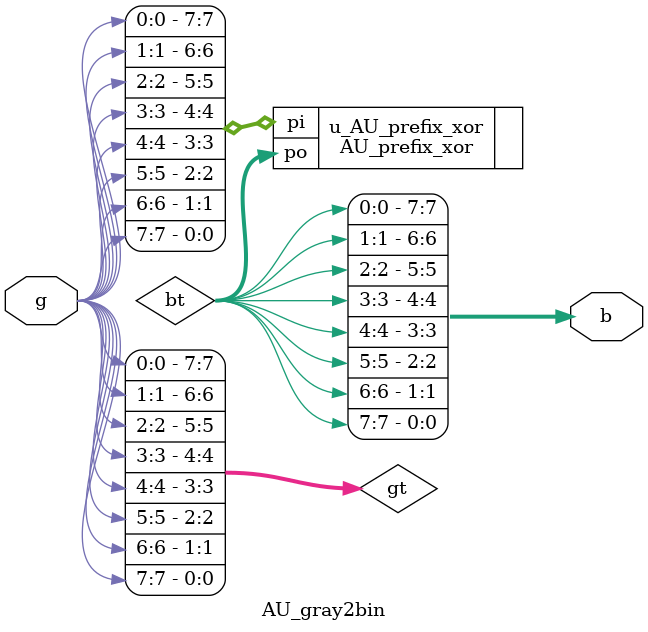
<source format=v>


module AU_gray2bin #(
    parameter integer WIDTH = 8,  // word length of input (>= 1)
    parameter integer ARCH  = 0   // architecture (0 to 2)
) (
    // Data interface
    input  [WIDTH-1:0] g,  // Gray input data
    output [WIDTH-1:0] b   // binary output data
);


    // Structural model
    generate
        genvar i;
        wire [WIDTH-1:0] gt;
        wire [WIDTH-1:0] bt;

        // Reverse bit order of g
        for (i = 0; i <= WIDTH - 1; i = i + 1) begin : g_revg
            assign gt[i] = g[WIDTH - 1 - i];
        end

        // Convert Gray to binary using prefix XOR computation
        AU_prefix_xor #(
            .WIDTH(WIDTH),
            .ARCH (ARCH)
        ) u_AU_prefix_xor (
            .pi(gt),
            .po(bt)
        );

        // Reverse bit order of b
        for (i = 0; i <= WIDTH - 1; i = i + 1) begin : g_revb
            assign b[i] = bt[WIDTH - 1 - i];
        end
    endgenerate


endmodule

</source>
